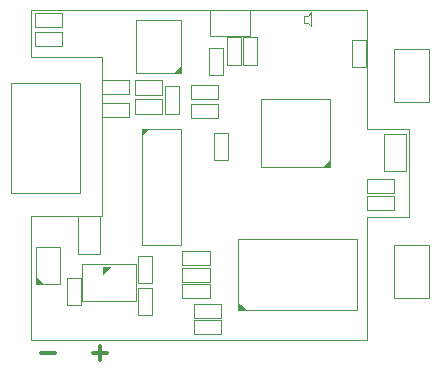
<source format=gbr>
%FSLAX34Y34*%
%MOMM*%
%LNSILK_TOP*%
G71*
G01*
%ADD10C, 0.100*%
%ADD11C, 0.300*%
%LPD*%
G54D10*
X324000Y820000D02*
X342000Y820000D01*
X342000Y788000D01*
X324000Y788000D01*
X324000Y820000D01*
G36*
X278000Y792000D02*
X278000Y798000D01*
X272000Y792000D01*
X278000Y792000D01*
G37*
G54D10*
X278000Y792000D02*
X278000Y798000D01*
X272000Y792000D01*
X278000Y792000D01*
G54D11*
X83000Y640000D02*
X83000Y628000D01*
X83000Y634000D01*
X89000Y634000D01*
X77000Y634000D01*
G54D11*
X33000Y634000D02*
X45000Y634000D01*
G36*
X29000Y693000D02*
X35000Y693000D01*
X29000Y699000D01*
X29000Y693000D01*
G37*
G54D10*
X29000Y693000D02*
X35000Y693000D01*
X29000Y699000D01*
X29000Y693000D01*
G36*
X86000Y707000D02*
X92000Y707000D01*
X86000Y701000D01*
X86000Y707000D01*
G37*
G54D10*
X86000Y707000D02*
X92000Y707000D01*
X86000Y701000D01*
X86000Y707000D01*
G54D10*
X67500Y697500D02*
X67500Y674500D01*
X55500Y674500D01*
X55500Y697500D01*
X67500Y697500D01*
G54D10*
X127500Y693500D02*
X127500Y716500D01*
X115500Y716500D01*
X115500Y693500D01*
X127500Y693500D01*
G36*
X119000Y824000D02*
X119000Y819000D01*
X124000Y824000D01*
X119000Y824000D01*
G37*
G54D10*
X119000Y824000D02*
X119000Y819000D01*
X124000Y824000D01*
X119000Y824000D01*
G54D10*
X65000Y750000D02*
X83000Y750000D01*
X83000Y718000D01*
X65000Y718000D01*
X65000Y750000D01*
G54D10*
X176096Y708500D02*
X153096Y708500D01*
X153096Y720500D01*
X176096Y720500D01*
X176096Y708500D01*
G54D10*
X175500Y869900D02*
X175500Y892900D01*
X187500Y892900D01*
X187500Y869900D01*
X175500Y869900D01*
G36*
X152000Y871000D02*
X152000Y877000D01*
X146000Y871000D01*
X152000Y871000D01*
G37*
G54D10*
X152000Y871000D02*
X152000Y877000D01*
X146000Y871000D01*
X152000Y871000D01*
G54D10*
X176000Y925000D02*
X210000Y925000D01*
X210000Y903000D01*
X176000Y903000D01*
X176000Y925000D01*
G54D10*
X51000Y910000D02*
X28000Y910000D01*
X28000Y922000D01*
X51000Y922000D01*
X51000Y910000D01*
G54D10*
X51000Y894000D02*
X28000Y894000D01*
X28000Y906000D01*
X51000Y906000D01*
X51000Y894000D01*
G54D10*
X127500Y689500D02*
X127500Y666500D01*
X115500Y666500D01*
X115500Y689500D01*
X127500Y689500D01*
G54D10*
X191500Y820500D02*
X191500Y797500D01*
X179500Y797500D01*
X179500Y820500D01*
X191500Y820500D01*
G54D10*
X107938Y833658D02*
X84938Y833658D01*
X84938Y845658D01*
X107938Y845658D01*
X107938Y833658D01*
G54D10*
X107938Y853658D02*
X84938Y853658D01*
X84938Y865658D01*
X107938Y865658D01*
X107938Y853658D01*
G54D10*
X190500Y901500D02*
X190500Y878500D01*
X202500Y878500D01*
X202500Y901500D01*
X190500Y901500D01*
G54D10*
X160500Y833500D02*
X183500Y833500D01*
X183500Y845500D01*
X160500Y845500D01*
X160500Y833500D01*
G54D10*
X160000Y861000D02*
X183000Y861000D01*
X183000Y849000D01*
X160000Y849000D01*
X160000Y861000D01*
G54D10*
X296500Y876500D02*
X296500Y899500D01*
X308500Y899500D01*
X308500Y876500D01*
X296500Y876500D01*
G36*
X200502Y670385D02*
X206502Y670385D01*
X200502Y676385D01*
X200502Y670385D01*
G37*
G54D10*
X200502Y670385D02*
X206502Y670385D01*
X200502Y676385D01*
X200502Y670385D01*
G54D10*
X66000Y863000D02*
X8000Y863000D01*
X8000Y770000D01*
X66000Y770000D01*
X66000Y863000D01*
G54D10*
X68000Y710000D02*
X114000Y710000D01*
X114000Y678000D01*
X68000Y678000D01*
X68000Y710000D01*
G54D10*
X332000Y892000D02*
X362000Y892000D01*
X362000Y847000D01*
X332000Y847000D01*
X332000Y892000D01*
G54D10*
X332000Y726000D02*
X362000Y726000D01*
X362000Y681000D01*
X332000Y681000D01*
X332000Y726000D01*
G54D10*
X25000Y925000D02*
X309000Y925000D01*
X309000Y824000D01*
X345000Y824000D01*
X345000Y749000D01*
X309000Y749000D01*
X309000Y645000D01*
X25000Y645000D01*
X25000Y750000D01*
X85000Y750000D01*
X85000Y885000D01*
X25000Y885000D01*
X25000Y925000D01*
G54D10*
X256000Y920000D02*
X256000Y914000D01*
X259000Y914000D01*
X262000Y911000D01*
X262000Y923000D01*
X259000Y920000D01*
X256000Y920000D01*
G54D10*
X150000Y860000D02*
X150000Y837000D01*
X138000Y837000D01*
X138000Y860000D01*
X150000Y860000D01*
G54D10*
X204500Y878500D02*
X204500Y901500D01*
X216500Y901500D01*
X216500Y878500D01*
X204500Y878500D01*
G54D10*
X113000Y849000D02*
X136000Y849000D01*
X136000Y837000D01*
X113000Y837000D01*
X113000Y849000D01*
G54D10*
X113000Y865000D02*
X136000Y865000D01*
X136000Y853000D01*
X113000Y853000D01*
X113000Y865000D01*
G54D10*
X119000Y824000D02*
X152000Y824000D01*
X152000Y726000D01*
X119000Y726000D01*
X119000Y824000D01*
G54D10*
X278000Y792000D02*
X220000Y792000D01*
X220000Y849000D01*
X278000Y849000D01*
X278000Y792000D01*
G54D10*
X29000Y693000D02*
X49000Y693000D01*
X49000Y724000D01*
X29000Y724000D01*
X29000Y693000D01*
G54D10*
X200502Y670385D02*
X301000Y670385D01*
X301000Y731000D01*
X200502Y731000D01*
X200502Y670385D01*
G54D10*
X332000Y770000D02*
X309000Y770000D01*
X309000Y782000D01*
X332000Y782000D01*
X332000Y770000D01*
G54D10*
X332000Y755000D02*
X309000Y755000D01*
X309000Y767000D01*
X332000Y767000D01*
X332000Y755000D01*
G54D10*
X186000Y650000D02*
X163000Y650000D01*
X163000Y662000D01*
X186000Y662000D01*
X186000Y650000D01*
G54D10*
X186000Y664000D02*
X163000Y664000D01*
X163000Y676000D01*
X186000Y676000D01*
X186000Y664000D01*
G54D10*
X152000Y871000D02*
X114000Y871000D01*
X114000Y916000D01*
X152000Y916000D01*
X152000Y871000D01*
G54D10*
X176096Y694500D02*
X153096Y694500D01*
X153096Y706500D01*
X176096Y706500D01*
X176096Y694500D01*
G54D10*
X176096Y680500D02*
X153096Y680500D01*
X153096Y692500D01*
X176096Y692500D01*
X176096Y680500D01*
M02*

</source>
